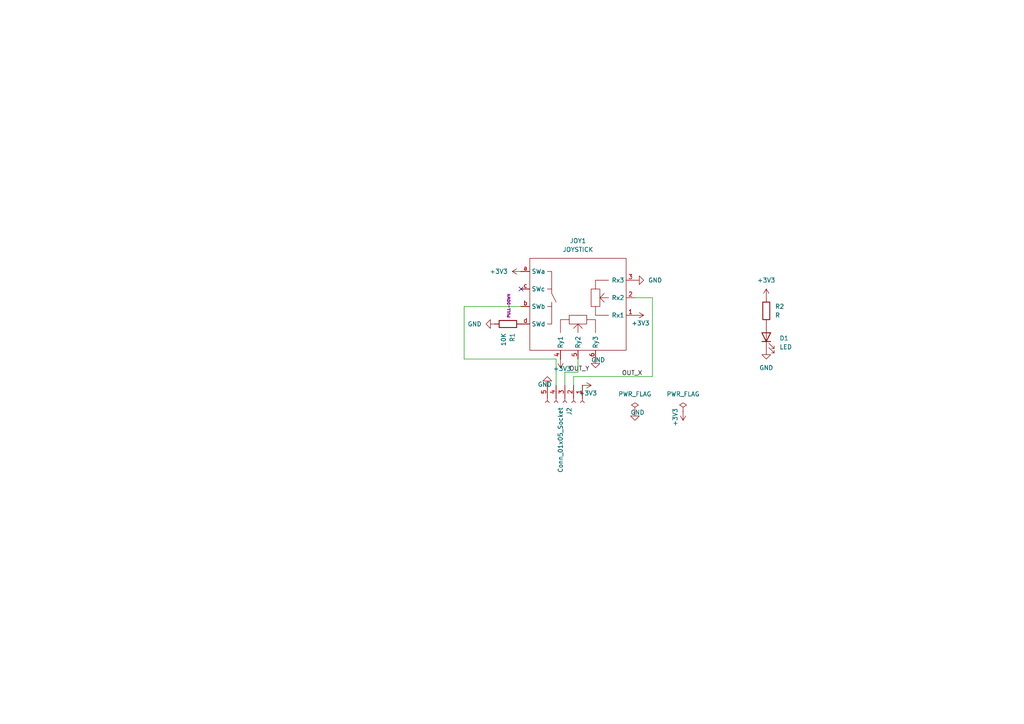
<source format=kicad_sch>
(kicad_sch
	(version 20250114)
	(generator "eeschema")
	(generator_version "9.0")
	(uuid "7a109e87-6f41-431e-98f1-79db863e39e5")
	(paper "A4")
	(title_block
		(title "joystick pcb")
		(date "2025-11-21")
		(rev "2.0")
		(comment 2 "Zane")
	)
	(lib_symbols
		(symbol "Connector:Conn_01x05_Socket"
			(pin_names
				(offset 1.016)
				(hide yes)
			)
			(exclude_from_sim no)
			(in_bom yes)
			(on_board yes)
			(property "Reference" "J"
				(at 0 7.62 0)
				(effects
					(font
						(size 1.27 1.27)
					)
				)
			)
			(property "Value" "Conn_01x05_Socket"
				(at 0 -7.62 0)
				(effects
					(font
						(size 1.27 1.27)
					)
				)
			)
			(property "Footprint" ""
				(at 0 0 0)
				(effects
					(font
						(size 1.27 1.27)
					)
					(hide yes)
				)
			)
			(property "Datasheet" "~"
				(at 0 0 0)
				(effects
					(font
						(size 1.27 1.27)
					)
					(hide yes)
				)
			)
			(property "Description" "Generic connector, single row, 01x05, script generated"
				(at 0 0 0)
				(effects
					(font
						(size 1.27 1.27)
					)
					(hide yes)
				)
			)
			(property "ki_locked" ""
				(at 0 0 0)
				(effects
					(font
						(size 1.27 1.27)
					)
				)
			)
			(property "ki_keywords" "connector"
				(at 0 0 0)
				(effects
					(font
						(size 1.27 1.27)
					)
					(hide yes)
				)
			)
			(property "ki_fp_filters" "Connector*:*_1x??_*"
				(at 0 0 0)
				(effects
					(font
						(size 1.27 1.27)
					)
					(hide yes)
				)
			)
			(symbol "Conn_01x05_Socket_1_1"
				(polyline
					(pts
						(xy -1.27 5.08) (xy -0.508 5.08)
					)
					(stroke
						(width 0.1524)
						(type default)
					)
					(fill
						(type none)
					)
				)
				(polyline
					(pts
						(xy -1.27 2.54) (xy -0.508 2.54)
					)
					(stroke
						(width 0.1524)
						(type default)
					)
					(fill
						(type none)
					)
				)
				(polyline
					(pts
						(xy -1.27 0) (xy -0.508 0)
					)
					(stroke
						(width 0.1524)
						(type default)
					)
					(fill
						(type none)
					)
				)
				(polyline
					(pts
						(xy -1.27 -2.54) (xy -0.508 -2.54)
					)
					(stroke
						(width 0.1524)
						(type default)
					)
					(fill
						(type none)
					)
				)
				(polyline
					(pts
						(xy -1.27 -5.08) (xy -0.508 -5.08)
					)
					(stroke
						(width 0.1524)
						(type default)
					)
					(fill
						(type none)
					)
				)
				(arc
					(start 0 4.572)
					(mid -0.5058 5.08)
					(end 0 5.588)
					(stroke
						(width 0.1524)
						(type default)
					)
					(fill
						(type none)
					)
				)
				(arc
					(start 0 2.032)
					(mid -0.5058 2.54)
					(end 0 3.048)
					(stroke
						(width 0.1524)
						(type default)
					)
					(fill
						(type none)
					)
				)
				(arc
					(start 0 -0.508)
					(mid -0.5058 0)
					(end 0 0.508)
					(stroke
						(width 0.1524)
						(type default)
					)
					(fill
						(type none)
					)
				)
				(arc
					(start 0 -3.048)
					(mid -0.5058 -2.54)
					(end 0 -2.032)
					(stroke
						(width 0.1524)
						(type default)
					)
					(fill
						(type none)
					)
				)
				(arc
					(start 0 -5.588)
					(mid -0.5058 -5.08)
					(end 0 -4.572)
					(stroke
						(width 0.1524)
						(type default)
					)
					(fill
						(type none)
					)
				)
				(pin passive line
					(at -5.08 5.08 0)
					(length 3.81)
					(name "Pin_1"
						(effects
							(font
								(size 1.27 1.27)
							)
						)
					)
					(number "1"
						(effects
							(font
								(size 1.27 1.27)
							)
						)
					)
				)
				(pin passive line
					(at -5.08 2.54 0)
					(length 3.81)
					(name "Pin_2"
						(effects
							(font
								(size 1.27 1.27)
							)
						)
					)
					(number "2"
						(effects
							(font
								(size 1.27 1.27)
							)
						)
					)
				)
				(pin passive line
					(at -5.08 0 0)
					(length 3.81)
					(name "Pin_3"
						(effects
							(font
								(size 1.27 1.27)
							)
						)
					)
					(number "3"
						(effects
							(font
								(size 1.27 1.27)
							)
						)
					)
				)
				(pin passive line
					(at -5.08 -2.54 0)
					(length 3.81)
					(name "Pin_4"
						(effects
							(font
								(size 1.27 1.27)
							)
						)
					)
					(number "4"
						(effects
							(font
								(size 1.27 1.27)
							)
						)
					)
				)
				(pin passive line
					(at -5.08 -5.08 0)
					(length 3.81)
					(name "Pin_5"
						(effects
							(font
								(size 1.27 1.27)
							)
						)
					)
					(number "5"
						(effects
							(font
								(size 1.27 1.27)
							)
						)
					)
				)
			)
			(embedded_fonts no)
		)
		(symbol "Custom:JOYSTICKGIT"
			(exclude_from_sim no)
			(in_bom yes)
			(on_board yes)
			(property "Reference" "U"
				(at -4.318 1.27 0)
				(effects
					(font
						(size 1.27 1.27)
					)
				)
			)
			(property "Value" "JOYSTICKGIT"
				(at -3.048 -1.778 0)
				(effects
					(font
						(size 1.27 1.27)
					)
				)
			)
			(property "Footprint" ""
				(at 0 3.81 0)
				(effects
					(font
						(size 1.27 1.27)
					)
					(hide yes)
				)
			)
			(property "Datasheet" ""
				(at 0 3.81 0)
				(effects
					(font
						(size 1.27 1.27)
					)
					(hide yes)
				)
			)
			(property "Description" ""
				(at 0 3.81 0)
				(effects
					(font
						(size 1.27 1.27)
					)
					(hide yes)
				)
			)
			(symbol "JOYSTICKGIT_1_1"
				(rectangle
					(start -11.43 13.97)
					(end 15.24 -13.97)
					(stroke
						(width 0)
						(type default)
					)
					(fill
						(type none)
					)
				)
				(rectangle
					(start -5.08 5.08)
					(end -5.08 8.89)
					(stroke
						(width 0)
						(type default)
					)
					(fill
						(type none)
					)
				)
				(rectangle
					(start -2.54 6.35)
					(end 2.54 3.81)
					(stroke
						(width 0)
						(type default)
					)
					(fill
						(type none)
					)
				)
				(rectangle
					(start -2.54 5.08)
					(end -5.08 5.08)
					(stroke
						(width 0)
						(type default)
					)
					(fill
						(type none)
					)
				)
				(polyline
					(pts
						(xy -2.54 -7.62) (xy -1.27 -7.62)
					)
					(stroke
						(width 0)
						(type default)
					)
					(fill
						(type none)
					)
				)
				(polyline
					(pts
						(xy -2.54 -8.89) (xy -2.54 -7.62) (xy -7.62 -7.62) (xy -7.62 -8.89)
					)
					(stroke
						(width 0)
						(type default)
					)
					(fill
						(type none)
					)
				)
				(polyline
					(pts
						(xy -1.27 -7.62) (xy 1.27 -6.35)
					)
					(stroke
						(width 0)
						(type default)
					)
					(fill
						(type none)
					)
				)
				(rectangle
					(start 0 8.89)
					(end 0 6.35)
					(stroke
						(width 0)
						(type default)
					)
					(fill
						(type none)
					)
				)
				(polyline
					(pts
						(xy 0 6.35) (xy -1.27 7.62) (xy 0 6.35) (xy 1.27 7.62)
					)
					(stroke
						(width 0)
						(type default)
					)
					(fill
						(type none)
					)
				)
				(rectangle
					(start 2.54 5.08)
					(end 5.08 5.08)
					(stroke
						(width 0)
						(type default)
					)
					(fill
						(type none)
					)
				)
				(polyline
					(pts
						(xy 2.54 -7.62) (xy 1.27 -7.62)
					)
					(stroke
						(width 0)
						(type default)
					)
					(fill
						(type none)
					)
				)
				(polyline
					(pts
						(xy 2.54 -8.89) (xy 2.54 -7.62) (xy 7.62 -7.62) (xy 7.62 -8.89)
					)
					(stroke
						(width 0)
						(type default)
					)
					(fill
						(type none)
					)
				)
				(rectangle
					(start 5.08 5.08)
					(end 5.08 8.89)
					(stroke
						(width 0)
						(type default)
					)
					(fill
						(type none)
					)
				)
				(polyline
					(pts
						(xy 6.35 -2.54) (xy 6.35 -5.08) (xy 10.16 -5.08)
					)
					(stroke
						(width 0)
						(type default)
					)
					(fill
						(type none)
					)
				)
				(polyline
					(pts
						(xy 7.62 0) (xy 8.89 1.27)
					)
					(stroke
						(width 0)
						(type default)
					)
					(fill
						(type none)
					)
				)
				(polyline
					(pts
						(xy 7.62 0) (xy 8.89 -1.27)
					)
					(stroke
						(width 0)
						(type default)
					)
					(fill
						(type none)
					)
				)
				(polyline
					(pts
						(xy 7.62 0) (xy 10.16 0)
					)
					(stroke
						(width 0)
						(type default)
					)
					(fill
						(type none)
					)
				)
				(polyline
					(pts
						(xy 10.16 5.08) (xy 6.35 5.08) (xy 6.35 2.54) (xy 5.08 2.54) (xy 5.08 -2.54) (xy 7.62 -2.54) (xy 7.62 2.54)
						(xy 6.35 2.54)
					)
					(stroke
						(width 0)
						(type default)
					)
					(fill
						(type none)
					)
				)
				(pin passive line
					(at -7.62 -16.51 90)
					(length 2.54)
					(name "SWa"
						(effects
							(font
								(size 1.27 1.27)
							)
						)
					)
					(number "a"
						(effects
							(font
								(size 1.27 1.27)
							)
						)
					)
				)
				(pin passive line
					(at -5.08 16.51 270)
					(length 2.54)
					(name "Rx3"
						(effects
							(font
								(size 1.27 1.27)
							)
						)
					)
					(number "3"
						(effects
							(font
								(size 1.27 1.27)
							)
						)
					)
				)
				(pin passive line
					(at -2.54 -16.51 90)
					(length 2.54)
					(name "SWc"
						(effects
							(font
								(size 1.27 1.27)
							)
						)
					)
					(number "c"
						(effects
							(font
								(size 1.27 1.27)
							)
						)
					)
				)
				(pin passive line
					(at 0 16.51 270)
					(length 2.54)
					(name "Rx2"
						(effects
							(font
								(size 1.27 1.27)
							)
						)
					)
					(number "2"
						(effects
							(font
								(size 1.27 1.27)
							)
						)
					)
				)
				(pin passive line
					(at 2.54 -16.51 90)
					(length 2.54)
					(name "SWb"
						(effects
							(font
								(size 1.27 1.27)
							)
						)
					)
					(number "b"
						(effects
							(font
								(size 1.27 1.27)
							)
						)
					)
				)
				(pin passive line
					(at 5.08 16.51 270)
					(length 2.54)
					(name "Rx1"
						(effects
							(font
								(size 1.27 1.27)
							)
						)
					)
					(number "1"
						(effects
							(font
								(size 1.27 1.27)
							)
						)
					)
				)
				(pin passive line
					(at 7.62 -16.51 90)
					(length 2.54)
					(name "SWd"
						(effects
							(font
								(size 1.27 1.27)
							)
						)
					)
					(number "d"
						(effects
							(font
								(size 1.27 1.27)
							)
						)
					)
				)
				(pin passive line
					(at 17.78 5.08 180)
					(length 2.54)
					(name "Ry3"
						(effects
							(font
								(size 1.27 1.27)
							)
						)
					)
					(number "6"
						(effects
							(font
								(size 1.27 1.27)
							)
						)
					)
				)
				(pin passive line
					(at 17.78 0 180)
					(length 2.54)
					(name "Ry2"
						(effects
							(font
								(size 1.27 1.27)
							)
						)
					)
					(number "5"
						(effects
							(font
								(size 1.27 1.27)
							)
						)
					)
				)
				(pin passive line
					(at 17.78 -5.08 180)
					(length 2.54)
					(name "Ry1"
						(effects
							(font
								(size 1.27 1.27)
							)
						)
					)
					(number "4"
						(effects
							(font
								(size 1.27 1.27)
							)
						)
					)
				)
			)
			(embedded_fonts no)
		)
		(symbol "Device:LED"
			(pin_numbers
				(hide yes)
			)
			(pin_names
				(offset 1.016)
				(hide yes)
			)
			(exclude_from_sim no)
			(in_bom yes)
			(on_board yes)
			(property "Reference" "D"
				(at 0 2.54 0)
				(effects
					(font
						(size 1.27 1.27)
					)
				)
			)
			(property "Value" "LED"
				(at 0 -2.54 0)
				(effects
					(font
						(size 1.27 1.27)
					)
				)
			)
			(property "Footprint" ""
				(at 0 0 0)
				(effects
					(font
						(size 1.27 1.27)
					)
					(hide yes)
				)
			)
			(property "Datasheet" "~"
				(at 0 0 0)
				(effects
					(font
						(size 1.27 1.27)
					)
					(hide yes)
				)
			)
			(property "Description" "Light emitting diode"
				(at 0 0 0)
				(effects
					(font
						(size 1.27 1.27)
					)
					(hide yes)
				)
			)
			(property "Sim.Pins" "1=K 2=A"
				(at 0 0 0)
				(effects
					(font
						(size 1.27 1.27)
					)
					(hide yes)
				)
			)
			(property "ki_keywords" "LED diode"
				(at 0 0 0)
				(effects
					(font
						(size 1.27 1.27)
					)
					(hide yes)
				)
			)
			(property "ki_fp_filters" "LED* LED_SMD:* LED_THT:*"
				(at 0 0 0)
				(effects
					(font
						(size 1.27 1.27)
					)
					(hide yes)
				)
			)
			(symbol "LED_0_1"
				(polyline
					(pts
						(xy -3.048 -0.762) (xy -4.572 -2.286) (xy -3.81 -2.286) (xy -4.572 -2.286) (xy -4.572 -1.524)
					)
					(stroke
						(width 0)
						(type default)
					)
					(fill
						(type none)
					)
				)
				(polyline
					(pts
						(xy -1.778 -0.762) (xy -3.302 -2.286) (xy -2.54 -2.286) (xy -3.302 -2.286) (xy -3.302 -1.524)
					)
					(stroke
						(width 0)
						(type default)
					)
					(fill
						(type none)
					)
				)
				(polyline
					(pts
						(xy -1.27 0) (xy 1.27 0)
					)
					(stroke
						(width 0)
						(type default)
					)
					(fill
						(type none)
					)
				)
				(polyline
					(pts
						(xy -1.27 -1.27) (xy -1.27 1.27)
					)
					(stroke
						(width 0.254)
						(type default)
					)
					(fill
						(type none)
					)
				)
				(polyline
					(pts
						(xy 1.27 -1.27) (xy 1.27 1.27) (xy -1.27 0) (xy 1.27 -1.27)
					)
					(stroke
						(width 0.254)
						(type default)
					)
					(fill
						(type none)
					)
				)
			)
			(symbol "LED_1_1"
				(pin passive line
					(at -3.81 0 0)
					(length 2.54)
					(name "K"
						(effects
							(font
								(size 1.27 1.27)
							)
						)
					)
					(number "1"
						(effects
							(font
								(size 1.27 1.27)
							)
						)
					)
				)
				(pin passive line
					(at 3.81 0 180)
					(length 2.54)
					(name "A"
						(effects
							(font
								(size 1.27 1.27)
							)
						)
					)
					(number "2"
						(effects
							(font
								(size 1.27 1.27)
							)
						)
					)
				)
			)
			(embedded_fonts no)
		)
		(symbol "Device:R"
			(pin_numbers
				(hide yes)
			)
			(pin_names
				(offset 0)
			)
			(exclude_from_sim no)
			(in_bom yes)
			(on_board yes)
			(property "Reference" "R"
				(at 2.032 0 90)
				(effects
					(font
						(size 1.27 1.27)
					)
				)
			)
			(property "Value" "R"
				(at 0 0 90)
				(effects
					(font
						(size 1.27 1.27)
					)
				)
			)
			(property "Footprint" ""
				(at -1.778 0 90)
				(effects
					(font
						(size 1.27 1.27)
					)
					(hide yes)
				)
			)
			(property "Datasheet" "~"
				(at 0 0 0)
				(effects
					(font
						(size 1.27 1.27)
					)
					(hide yes)
				)
			)
			(property "Description" "Resistor"
				(at 0 0 0)
				(effects
					(font
						(size 1.27 1.27)
					)
					(hide yes)
				)
			)
			(property "ki_keywords" "R res resistor"
				(at 0 0 0)
				(effects
					(font
						(size 1.27 1.27)
					)
					(hide yes)
				)
			)
			(property "ki_fp_filters" "R_*"
				(at 0 0 0)
				(effects
					(font
						(size 1.27 1.27)
					)
					(hide yes)
				)
			)
			(symbol "R_0_1"
				(rectangle
					(start -1.016 -2.54)
					(end 1.016 2.54)
					(stroke
						(width 0.254)
						(type default)
					)
					(fill
						(type none)
					)
				)
			)
			(symbol "R_1_1"
				(pin passive line
					(at 0 3.81 270)
					(length 1.27)
					(name "~"
						(effects
							(font
								(size 1.27 1.27)
							)
						)
					)
					(number "1"
						(effects
							(font
								(size 1.27 1.27)
							)
						)
					)
				)
				(pin passive line
					(at 0 -3.81 90)
					(length 1.27)
					(name "~"
						(effects
							(font
								(size 1.27 1.27)
							)
						)
					)
					(number "2"
						(effects
							(font
								(size 1.27 1.27)
							)
						)
					)
				)
			)
			(embedded_fonts no)
		)
		(symbol "power:+3V3"
			(power)
			(pin_numbers
				(hide yes)
			)
			(pin_names
				(offset 0)
				(hide yes)
			)
			(exclude_from_sim no)
			(in_bom yes)
			(on_board yes)
			(property "Reference" "#PWR"
				(at 0 -3.81 0)
				(effects
					(font
						(size 1.27 1.27)
					)
					(hide yes)
				)
			)
			(property "Value" "+3V3"
				(at 0 3.556 0)
				(effects
					(font
						(size 1.27 1.27)
					)
				)
			)
			(property "Footprint" ""
				(at 0 0 0)
				(effects
					(font
						(size 1.27 1.27)
					)
					(hide yes)
				)
			)
			(property "Datasheet" ""
				(at 0 0 0)
				(effects
					(font
						(size 1.27 1.27)
					)
					(hide yes)
				)
			)
			(property "Description" "Power symbol creates a global label with name \"+3V3\""
				(at 0 0 0)
				(effects
					(font
						(size 1.27 1.27)
					)
					(hide yes)
				)
			)
			(property "ki_keywords" "global power"
				(at 0 0 0)
				(effects
					(font
						(size 1.27 1.27)
					)
					(hide yes)
				)
			)
			(symbol "+3V3_0_1"
				(polyline
					(pts
						(xy -0.762 1.27) (xy 0 2.54)
					)
					(stroke
						(width 0)
						(type default)
					)
					(fill
						(type none)
					)
				)
				(polyline
					(pts
						(xy 0 2.54) (xy 0.762 1.27)
					)
					(stroke
						(width 0)
						(type default)
					)
					(fill
						(type none)
					)
				)
				(polyline
					(pts
						(xy 0 0) (xy 0 2.54)
					)
					(stroke
						(width 0)
						(type default)
					)
					(fill
						(type none)
					)
				)
			)
			(symbol "+3V3_1_1"
				(pin power_in line
					(at 0 0 90)
					(length 0)
					(name "~"
						(effects
							(font
								(size 1.27 1.27)
							)
						)
					)
					(number "1"
						(effects
							(font
								(size 1.27 1.27)
							)
						)
					)
				)
			)
			(embedded_fonts no)
		)
		(symbol "power:GND"
			(power)
			(pin_numbers
				(hide yes)
			)
			(pin_names
				(offset 0)
				(hide yes)
			)
			(exclude_from_sim no)
			(in_bom yes)
			(on_board yes)
			(property "Reference" "#PWR"
				(at 0 -6.35 0)
				(effects
					(font
						(size 1.27 1.27)
					)
					(hide yes)
				)
			)
			(property "Value" "GND"
				(at 0 -3.81 0)
				(effects
					(font
						(size 1.27 1.27)
					)
				)
			)
			(property "Footprint" ""
				(at 0 0 0)
				(effects
					(font
						(size 1.27 1.27)
					)
					(hide yes)
				)
			)
			(property "Datasheet" ""
				(at 0 0 0)
				(effects
					(font
						(size 1.27 1.27)
					)
					(hide yes)
				)
			)
			(property "Description" "Power symbol creates a global label with name \"GND\" , ground"
				(at 0 0 0)
				(effects
					(font
						(size 1.27 1.27)
					)
					(hide yes)
				)
			)
			(property "ki_keywords" "global power"
				(at 0 0 0)
				(effects
					(font
						(size 1.27 1.27)
					)
					(hide yes)
				)
			)
			(symbol "GND_0_1"
				(polyline
					(pts
						(xy 0 0) (xy 0 -1.27) (xy 1.27 -1.27) (xy 0 -2.54) (xy -1.27 -1.27) (xy 0 -1.27)
					)
					(stroke
						(width 0)
						(type default)
					)
					(fill
						(type none)
					)
				)
			)
			(symbol "GND_1_1"
				(pin power_in line
					(at 0 0 270)
					(length 0)
					(name "~"
						(effects
							(font
								(size 1.27 1.27)
							)
						)
					)
					(number "1"
						(effects
							(font
								(size 1.27 1.27)
							)
						)
					)
				)
			)
			(embedded_fonts no)
		)
		(symbol "power:PWR_FLAG"
			(power)
			(pin_numbers
				(hide yes)
			)
			(pin_names
				(offset 0)
				(hide yes)
			)
			(exclude_from_sim no)
			(in_bom yes)
			(on_board yes)
			(property "Reference" "#FLG"
				(at 0 1.905 0)
				(effects
					(font
						(size 1.27 1.27)
					)
					(hide yes)
				)
			)
			(property "Value" "PWR_FLAG"
				(at 0 3.81 0)
				(effects
					(font
						(size 1.27 1.27)
					)
				)
			)
			(property "Footprint" ""
				(at 0 0 0)
				(effects
					(font
						(size 1.27 1.27)
					)
					(hide yes)
				)
			)
			(property "Datasheet" "~"
				(at 0 0 0)
				(effects
					(font
						(size 1.27 1.27)
					)
					(hide yes)
				)
			)
			(property "Description" "Special symbol for telling ERC where power comes from"
				(at 0 0 0)
				(effects
					(font
						(size 1.27 1.27)
					)
					(hide yes)
				)
			)
			(property "ki_keywords" "flag power"
				(at 0 0 0)
				(effects
					(font
						(size 1.27 1.27)
					)
					(hide yes)
				)
			)
			(symbol "PWR_FLAG_0_0"
				(pin power_out line
					(at 0 0 90)
					(length 0)
					(name "~"
						(effects
							(font
								(size 1.27 1.27)
							)
						)
					)
					(number "1"
						(effects
							(font
								(size 1.27 1.27)
							)
						)
					)
				)
			)
			(symbol "PWR_FLAG_0_1"
				(polyline
					(pts
						(xy 0 0) (xy 0 1.27) (xy -1.016 1.905) (xy 0 2.54) (xy 1.016 1.905) (xy 0 1.27)
					)
					(stroke
						(width 0)
						(type default)
					)
					(fill
						(type none)
					)
				)
			)
			(embedded_fonts no)
		)
	)
	(no_connect
		(at 151.13 83.82)
		(uuid "81c74d15-222e-486b-8657-201261c08d6c")
	)
	(wire
		(pts
			(xy 134.62 104.14) (xy 134.62 88.9)
		)
		(stroke
			(width 0)
			(type default)
		)
		(uuid "1948b5d7-d811-498d-ab5f-e6103566a099")
	)
	(wire
		(pts
			(xy 189.23 86.36) (xy 189.23 109.22)
		)
		(stroke
			(width 0)
			(type default)
		)
		(uuid "43f5ce2b-dac5-4ec6-b126-890cc3d8c715")
	)
	(wire
		(pts
			(xy 166.37 109.22) (xy 189.23 109.22)
		)
		(stroke
			(width 0)
			(type default)
		)
		(uuid "47d637f0-e757-48fd-b816-0c66b7e2e837")
	)
	(wire
		(pts
			(xy 163.83 107.95) (xy 163.83 111.76)
		)
		(stroke
			(width 0)
			(type default)
		)
		(uuid "85fcb6f7-c66b-498e-a91e-386865b81352")
	)
	(wire
		(pts
			(xy 161.29 111.76) (xy 161.29 104.14)
		)
		(stroke
			(width 0)
			(type default)
		)
		(uuid "a969ebe9-ebe2-43ac-9351-533ad3d80b95")
	)
	(wire
		(pts
			(xy 167.64 104.14) (xy 167.64 107.95)
		)
		(stroke
			(width 0)
			(type default)
		)
		(uuid "b517363b-b76d-4061-b22c-f4c5e7be2808")
	)
	(wire
		(pts
			(xy 134.62 88.9) (xy 151.13 88.9)
		)
		(stroke
			(width 0)
			(type default)
		)
		(uuid "b65447c7-79ea-44b8-9b48-49409c84a270")
	)
	(wire
		(pts
			(xy 166.37 111.76) (xy 166.37 109.22)
		)
		(stroke
			(width 0)
			(type default)
		)
		(uuid "bc1ee7ba-3787-4b65-8e90-898de4f422b6")
	)
	(wire
		(pts
			(xy 189.23 86.36) (xy 184.15 86.36)
		)
		(stroke
			(width 0)
			(type default)
		)
		(uuid "d84b62cd-a840-4697-bfca-b6a369c16dc2")
	)
	(wire
		(pts
			(xy 167.64 107.95) (xy 163.83 107.95)
		)
		(stroke
			(width 0)
			(type default)
		)
		(uuid "e55e26c4-517d-4d2d-9ca7-5ebb0288ad6d")
	)
	(wire
		(pts
			(xy 161.29 104.14) (xy 134.62 104.14)
		)
		(stroke
			(width 0)
			(type default)
		)
		(uuid "f584cd7f-91fa-4979-816e-467807486e81")
	)
	(label "OUT_X"
		(at 180.34 109.22 0)
		(effects
			(font
				(size 1.27 1.27)
			)
			(justify left bottom)
		)
		(uuid "5310bf92-f34a-4406-afef-8db6d5575601")
	)
	(label "OUT_Y"
		(at 165.1 107.95 0)
		(effects
			(font
				(size 1.27 1.27)
			)
			(justify left bottom)
		)
		(uuid "c4d37ac4-150e-42ae-b742-2e66a9d1d101")
	)
	(symbol
		(lib_id "Device:R")
		(at 222.25 90.17 0)
		(unit 1)
		(exclude_from_sim no)
		(in_bom yes)
		(on_board yes)
		(dnp no)
		(fields_autoplaced yes)
		(uuid "114ac7b8-156a-4a05-917f-611452fe21aa")
		(property "Reference" "R2"
			(at 224.79 88.8999 0)
			(effects
				(font
					(size 1.27 1.27)
				)
				(justify left)
			)
		)
		(property "Value" "R"
			(at 224.79 91.4399 0)
			(effects
				(font
					(size 1.27 1.27)
				)
				(justify left)
			)
		)
		(property "Footprint" ""
			(at 220.472 90.17 90)
			(effects
				(font
					(size 1.27 1.27)
				)
				(hide yes)
			)
		)
		(property "Datasheet" "~"
			(at 222.25 90.17 0)
			(effects
				(font
					(size 1.27 1.27)
				)
				(hide yes)
			)
		)
		(property "Description" "Resistor"
			(at 222.25 90.17 0)
			(effects
				(font
					(size 1.27 1.27)
				)
				(hide yes)
			)
		)
		(pin "2"
			(uuid "7644261a-6b4e-462b-bf05-9e50227f434d")
		)
		(pin "1"
			(uuid "ddff6aca-05e9-4c6d-a856-5957266c1ab0")
		)
		(instances
			(project ""
				(path "/7a109e87-6f41-431e-98f1-79db863e39e5"
					(reference "R2")
					(unit 1)
				)
			)
		)
	)
	(symbol
		(lib_id "power:PWR_FLAG")
		(at 198.12 119.38 0)
		(unit 1)
		(exclude_from_sim no)
		(in_bom yes)
		(on_board yes)
		(dnp no)
		(fields_autoplaced yes)
		(uuid "142e564d-6652-4463-bb84-8971badd97ca")
		(property "Reference" "#FLG02"
			(at 198.12 117.475 0)
			(effects
				(font
					(size 1.27 1.27)
				)
				(hide yes)
			)
		)
		(property "Value" "PWR_FLAG"
			(at 198.12 114.3 0)
			(effects
				(font
					(size 1.27 1.27)
				)
			)
		)
		(property "Footprint" ""
			(at 198.12 119.38 0)
			(effects
				(font
					(size 1.27 1.27)
				)
				(hide yes)
			)
		)
		(property "Datasheet" "~"
			(at 198.12 119.38 0)
			(effects
				(font
					(size 1.27 1.27)
				)
				(hide yes)
			)
		)
		(property "Description" "Special symbol for telling ERC where power comes from"
			(at 198.12 119.38 0)
			(effects
				(font
					(size 1.27 1.27)
				)
				(hide yes)
			)
		)
		(pin "1"
			(uuid "0198aeaa-2ef3-4eec-9d91-4e17516a35c5")
		)
		(instances
			(project "firstPCB"
				(path "/7a109e87-6f41-431e-98f1-79db863e39e5"
					(reference "#FLG02")
					(unit 1)
				)
			)
		)
	)
	(symbol
		(lib_id "power:GND")
		(at 158.75 111.76 180)
		(unit 1)
		(exclude_from_sim no)
		(in_bom yes)
		(on_board yes)
		(dnp no)
		(uuid "180205a3-1028-4396-81c8-a4d482e94ff3")
		(property "Reference" "#PWR08"
			(at 158.75 105.41 0)
			(effects
				(font
					(size 1.27 1.27)
				)
				(hide yes)
			)
		)
		(property "Value" "GND"
			(at 157.988 111.506 0)
			(effects
				(font
					(size 1.27 1.27)
				)
			)
		)
		(property "Footprint" ""
			(at 158.75 111.76 0)
			(effects
				(font
					(size 1.27 1.27)
				)
				(hide yes)
			)
		)
		(property "Datasheet" ""
			(at 158.75 111.76 0)
			(effects
				(font
					(size 1.27 1.27)
				)
				(hide yes)
			)
		)
		(property "Description" "Power symbol creates a global label with name \"GND\" , ground"
			(at 158.75 111.76 0)
			(effects
				(font
					(size 1.27 1.27)
				)
				(hide yes)
			)
		)
		(pin "1"
			(uuid "307d09b5-b47d-4f0e-b012-1629edcdf1d0")
		)
		(instances
			(project "firstPCB"
				(path "/7a109e87-6f41-431e-98f1-79db863e39e5"
					(reference "#PWR08")
					(unit 1)
				)
			)
		)
	)
	(symbol
		(lib_id "power:+3V3")
		(at 184.15 91.44 270)
		(unit 1)
		(exclude_from_sim no)
		(in_bom yes)
		(on_board yes)
		(dnp no)
		(uuid "371b6dfe-8ba0-483d-8ae9-64e61f42219a")
		(property "Reference" "#PWR04"
			(at 180.34 91.44 0)
			(effects
				(font
					(size 1.27 1.27)
				)
				(hide yes)
			)
		)
		(property "Value" "+3V3"
			(at 183.134 93.726 90)
			(effects
				(font
					(size 1.27 1.27)
				)
				(justify left)
			)
		)
		(property "Footprint" ""
			(at 184.15 91.44 0)
			(effects
				(font
					(size 1.27 1.27)
				)
				(hide yes)
			)
		)
		(property "Datasheet" ""
			(at 184.15 91.44 0)
			(effects
				(font
					(size 1.27 1.27)
				)
				(hide yes)
			)
		)
		(property "Description" "Power symbol creates a global label with name \"+3V3\""
			(at 184.15 91.44 0)
			(effects
				(font
					(size 1.27 1.27)
				)
				(hide yes)
			)
		)
		(pin "1"
			(uuid "6e706891-4b38-4b81-8985-1dce699320ed")
		)
		(instances
			(project ""
				(path "/7a109e87-6f41-431e-98f1-79db863e39e5"
					(reference "#PWR04")
					(unit 1)
				)
			)
		)
	)
	(symbol
		(lib_id "Connector:Conn_01x05_Socket")
		(at 163.83 116.84 270)
		(unit 1)
		(exclude_from_sim no)
		(in_bom yes)
		(on_board yes)
		(dnp no)
		(uuid "38b2e66c-5aa8-4a85-9377-e3ec0e1a6623")
		(property "Reference" "J2"
			(at 165.1001 118.11 0)
			(effects
				(font
					(size 1.27 1.27)
				)
				(justify left)
			)
		)
		(property "Value" "Conn_01x05_Socket"
			(at 162.5601 118.11 0)
			(effects
				(font
					(size 1.27 1.27)
				)
				(justify left)
			)
		)
		(property "Footprint" "Connector_PinSocket_2.00mm:PinSocket_1x05_P2.00mm_Vertical"
			(at 163.83 116.84 0)
			(effects
				(font
					(size 1.27 1.27)
				)
				(hide yes)
			)
		)
		(property "Datasheet" "~"
			(at 163.83 116.84 0)
			(effects
				(font
					(size 1.27 1.27)
				)
				(hide yes)
			)
		)
		(property "Description" "Generic connector, single row, 01x05, script generated"
			(at 163.83 116.84 0)
			(effects
				(font
					(size 1.27 1.27)
				)
				(hide yes)
			)
		)
		(pin "2"
			(uuid "5b326d25-68a7-4079-90d2-257f1a58f911")
		)
		(pin "4"
			(uuid "4d4998e0-d568-4b28-8a8e-80b1b4e386b7")
		)
		(pin "3"
			(uuid "103b254d-e2f5-415b-b68c-2f77165c8d24")
		)
		(pin "1"
			(uuid "4005f646-6baf-4bbb-b147-d5d3cb84ff9c")
		)
		(pin "5"
			(uuid "f9e68a6c-c3a8-4266-b595-05821769176d")
		)
		(instances
			(project ""
				(path "/7a109e87-6f41-431e-98f1-79db863e39e5"
					(reference "J2")
					(unit 1)
				)
			)
		)
	)
	(symbol
		(lib_id "power:GND")
		(at 184.15 119.38 0)
		(unit 1)
		(exclude_from_sim no)
		(in_bom yes)
		(on_board yes)
		(dnp no)
		(uuid "3a316822-68c0-4202-97a2-0132b8e6b3b3")
		(property "Reference" "#PWR07"
			(at 184.15 125.73 0)
			(effects
				(font
					(size 1.27 1.27)
				)
				(hide yes)
			)
		)
		(property "Value" "GND"
			(at 184.912 119.634 0)
			(effects
				(font
					(size 1.27 1.27)
				)
			)
		)
		(property "Footprint" ""
			(at 184.15 119.38 0)
			(effects
				(font
					(size 1.27 1.27)
				)
				(hide yes)
			)
		)
		(property "Datasheet" ""
			(at 184.15 119.38 0)
			(effects
				(font
					(size 1.27 1.27)
				)
				(hide yes)
			)
		)
		(property "Description" "Power symbol creates a global label with name \"GND\" , ground"
			(at 184.15 119.38 0)
			(effects
				(font
					(size 1.27 1.27)
				)
				(hide yes)
			)
		)
		(pin "1"
			(uuid "4bc52af7-837c-4661-a016-d00d87f47d71")
		)
		(instances
			(project "firstPCB"
				(path "/7a109e87-6f41-431e-98f1-79db863e39e5"
					(reference "#PWR07")
					(unit 1)
				)
			)
		)
	)
	(symbol
		(lib_id "power:+3V3")
		(at 151.13 78.74 90)
		(unit 1)
		(exclude_from_sim no)
		(in_bom yes)
		(on_board yes)
		(dnp no)
		(fields_autoplaced yes)
		(uuid "6f925d8e-8e61-4531-bd28-eb15a1c8efbc")
		(property "Reference" "#PWR06"
			(at 154.94 78.74 0)
			(effects
				(font
					(size 1.27 1.27)
				)
				(hide yes)
			)
		)
		(property "Value" "+3V3"
			(at 147.32 78.7399 90)
			(effects
				(font
					(size 1.27 1.27)
				)
				(justify left)
			)
		)
		(property "Footprint" ""
			(at 151.13 78.74 0)
			(effects
				(font
					(size 1.27 1.27)
				)
				(hide yes)
			)
		)
		(property "Datasheet" ""
			(at 151.13 78.74 0)
			(effects
				(font
					(size 1.27 1.27)
				)
				(hide yes)
			)
		)
		(property "Description" "Power symbol creates a global label with name \"+3V3\""
			(at 151.13 78.74 0)
			(effects
				(font
					(size 1.27 1.27)
				)
				(hide yes)
			)
		)
		(pin "1"
			(uuid "9ba87564-e2f7-4abd-bc4e-3478fa092e0c")
		)
		(instances
			(project "firstPCB"
				(path "/7a109e87-6f41-431e-98f1-79db863e39e5"
					(reference "#PWR06")
					(unit 1)
				)
			)
		)
	)
	(symbol
		(lib_id "power:PWR_FLAG")
		(at 184.15 119.38 0)
		(unit 1)
		(exclude_from_sim no)
		(in_bom yes)
		(on_board yes)
		(dnp no)
		(fields_autoplaced yes)
		(uuid "85796114-7511-4b2d-861c-aeaef83c0396")
		(property "Reference" "#FLG01"
			(at 184.15 117.475 0)
			(effects
				(font
					(size 1.27 1.27)
				)
				(hide yes)
			)
		)
		(property "Value" "PWR_FLAG"
			(at 184.15 114.3 0)
			(effects
				(font
					(size 1.27 1.27)
				)
			)
		)
		(property "Footprint" ""
			(at 184.15 119.38 0)
			(effects
				(font
					(size 1.27 1.27)
				)
				(hide yes)
			)
		)
		(property "Datasheet" "~"
			(at 184.15 119.38 0)
			(effects
				(font
					(size 1.27 1.27)
				)
				(hide yes)
			)
		)
		(property "Description" "Special symbol for telling ERC where power comes from"
			(at 184.15 119.38 0)
			(effects
				(font
					(size 1.27 1.27)
				)
				(hide yes)
			)
		)
		(pin "1"
			(uuid "8821c8de-0c0f-4100-adab-cc45ec62a5f0")
		)
		(instances
			(project ""
				(path "/7a109e87-6f41-431e-98f1-79db863e39e5"
					(reference "#FLG01")
					(unit 1)
				)
			)
		)
	)
	(symbol
		(lib_id "power:GND")
		(at 222.25 101.6 0)
		(unit 1)
		(exclude_from_sim no)
		(in_bom yes)
		(on_board yes)
		(dnp no)
		(fields_autoplaced yes)
		(uuid "87aed8b2-e210-47e5-8a29-db13ee0c7c86")
		(property "Reference" "#PWR012"
			(at 222.25 107.95 0)
			(effects
				(font
					(size 1.27 1.27)
				)
				(hide yes)
			)
		)
		(property "Value" "GND"
			(at 222.25 106.68 0)
			(effects
				(font
					(size 1.27 1.27)
				)
			)
		)
		(property "Footprint" ""
			(at 222.25 101.6 0)
			(effects
				(font
					(size 1.27 1.27)
				)
				(hide yes)
			)
		)
		(property "Datasheet" ""
			(at 222.25 101.6 0)
			(effects
				(font
					(size 1.27 1.27)
				)
				(hide yes)
			)
		)
		(property "Description" "Power symbol creates a global label with name \"GND\" , ground"
			(at 222.25 101.6 0)
			(effects
				(font
					(size 1.27 1.27)
				)
				(hide yes)
			)
		)
		(pin "1"
			(uuid "24b0d4b0-be26-4ee0-ad46-d106c983e5d3")
		)
		(instances
			(project ""
				(path "/7a109e87-6f41-431e-98f1-79db863e39e5"
					(reference "#PWR012")
					(unit 1)
				)
			)
		)
	)
	(symbol
		(lib_id "power:+3V3")
		(at 168.91 111.76 270)
		(unit 1)
		(exclude_from_sim no)
		(in_bom yes)
		(on_board yes)
		(dnp no)
		(uuid "90286c38-ff8f-4a69-a812-9b7584ac0c29")
		(property "Reference" "#PWR010"
			(at 165.1 111.76 0)
			(effects
				(font
					(size 1.27 1.27)
				)
				(hide yes)
			)
		)
		(property "Value" "+3V3"
			(at 167.894 114.046 90)
			(effects
				(font
					(size 1.27 1.27)
				)
				(justify left)
			)
		)
		(property "Footprint" ""
			(at 168.91 111.76 0)
			(effects
				(font
					(size 1.27 1.27)
				)
				(hide yes)
			)
		)
		(property "Datasheet" ""
			(at 168.91 111.76 0)
			(effects
				(font
					(size 1.27 1.27)
				)
				(hide yes)
			)
		)
		(property "Description" "Power symbol creates a global label with name \"+3V3\""
			(at 168.91 111.76 0)
			(effects
				(font
					(size 1.27 1.27)
				)
				(hide yes)
			)
		)
		(pin "1"
			(uuid "7f2af96f-47af-4019-a03b-1b2abf2b99cb")
		)
		(instances
			(project "firstPCB"
				(path "/7a109e87-6f41-431e-98f1-79db863e39e5"
					(reference "#PWR010")
					(unit 1)
				)
			)
		)
	)
	(symbol
		(lib_id "power:GND")
		(at 172.72 104.14 0)
		(unit 1)
		(exclude_from_sim no)
		(in_bom yes)
		(on_board yes)
		(dnp no)
		(uuid "950ce150-64d6-49b4-aeec-fabb2ef53c6d")
		(property "Reference" "#PWR02"
			(at 172.72 110.49 0)
			(effects
				(font
					(size 1.27 1.27)
				)
				(hide yes)
			)
		)
		(property "Value" "GND"
			(at 173.482 104.394 0)
			(effects
				(font
					(size 1.27 1.27)
				)
			)
		)
		(property "Footprint" ""
			(at 172.72 104.14 0)
			(effects
				(font
					(size 1.27 1.27)
				)
				(hide yes)
			)
		)
		(property "Datasheet" ""
			(at 172.72 104.14 0)
			(effects
				(font
					(size 1.27 1.27)
				)
				(hide yes)
			)
		)
		(property "Description" "Power symbol creates a global label with name \"GND\" , ground"
			(at 172.72 104.14 0)
			(effects
				(font
					(size 1.27 1.27)
				)
				(hide yes)
			)
		)
		(pin "1"
			(uuid "56eb3dab-cffb-46c4-b201-971b7ccd0726")
		)
		(instances
			(project "firstPCB"
				(path "/7a109e87-6f41-431e-98f1-79db863e39e5"
					(reference "#PWR02")
					(unit 1)
				)
			)
		)
	)
	(symbol
		(lib_id "power:+3V3")
		(at 162.56 104.14 180)
		(unit 1)
		(exclude_from_sim no)
		(in_bom yes)
		(on_board yes)
		(dnp no)
		(uuid "9f44531e-2cd2-43af-8dc1-88bf73940f5b")
		(property "Reference" "#PWR05"
			(at 162.56 100.33 0)
			(effects
				(font
					(size 1.27 1.27)
				)
				(hide yes)
			)
		)
		(property "Value" "+3V3"
			(at 163.068 106.934 0)
			(effects
				(font
					(size 1.27 1.27)
				)
			)
		)
		(property "Footprint" ""
			(at 162.56 104.14 0)
			(effects
				(font
					(size 1.27 1.27)
				)
				(hide yes)
			)
		)
		(property "Datasheet" ""
			(at 162.56 104.14 0)
			(effects
				(font
					(size 1.27 1.27)
				)
				(hide yes)
			)
		)
		(property "Description" "Power symbol creates a global label with name \"+3V3\""
			(at 162.56 104.14 0)
			(effects
				(font
					(size 1.27 1.27)
				)
				(hide yes)
			)
		)
		(pin "1"
			(uuid "00762651-05f2-4a1e-859a-04682ce729d7")
		)
		(instances
			(project "firstPCB"
				(path "/7a109e87-6f41-431e-98f1-79db863e39e5"
					(reference "#PWR05")
					(unit 1)
				)
			)
		)
	)
	(symbol
		(lib_id "power:GND")
		(at 184.15 81.28 90)
		(unit 1)
		(exclude_from_sim no)
		(in_bom yes)
		(on_board yes)
		(dnp no)
		(fields_autoplaced yes)
		(uuid "aac6722b-5d2e-489d-ac3f-b53aca7af284")
		(property "Reference" "#PWR01"
			(at 190.5 81.28 0)
			(effects
				(font
					(size 1.27 1.27)
				)
				(hide yes)
			)
		)
		(property "Value" "GND"
			(at 187.96 81.2799 90)
			(effects
				(font
					(size 1.27 1.27)
				)
				(justify right)
			)
		)
		(property "Footprint" ""
			(at 184.15 81.28 0)
			(effects
				(font
					(size 1.27 1.27)
				)
				(hide yes)
			)
		)
		(property "Datasheet" ""
			(at 184.15 81.28 0)
			(effects
				(font
					(size 1.27 1.27)
				)
				(hide yes)
			)
		)
		(property "Description" "Power symbol creates a global label with name \"GND\" , ground"
			(at 184.15 81.28 0)
			(effects
				(font
					(size 1.27 1.27)
				)
				(hide yes)
			)
		)
		(pin "1"
			(uuid "54a0249c-05ef-40bf-8aca-7ed728f3fcbb")
		)
		(instances
			(project ""
				(path "/7a109e87-6f41-431e-98f1-79db863e39e5"
					(reference "#PWR01")
					(unit 1)
				)
			)
		)
	)
	(symbol
		(lib_id "power:GND")
		(at 143.51 93.98 270)
		(unit 1)
		(exclude_from_sim no)
		(in_bom yes)
		(on_board yes)
		(dnp no)
		(fields_autoplaced yes)
		(uuid "bc006356-a978-405b-bf35-df05fb68b642")
		(property "Reference" "#PWR03"
			(at 137.16 93.98 0)
			(effects
				(font
					(size 1.27 1.27)
				)
				(hide yes)
			)
		)
		(property "Value" "GND"
			(at 139.7 93.9799 90)
			(effects
				(font
					(size 1.27 1.27)
				)
				(justify right)
			)
		)
		(property "Footprint" ""
			(at 143.51 93.98 0)
			(effects
				(font
					(size 1.27 1.27)
				)
				(hide yes)
			)
		)
		(property "Datasheet" ""
			(at 143.51 93.98 0)
			(effects
				(font
					(size 1.27 1.27)
				)
				(hide yes)
			)
		)
		(property "Description" "Power symbol creates a global label with name \"GND\" , ground"
			(at 143.51 93.98 0)
			(effects
				(font
					(size 1.27 1.27)
				)
				(hide yes)
			)
		)
		(pin "1"
			(uuid "0d5a8711-7fae-4202-8410-25b10f462a69")
		)
		(instances
			(project "firstPCB"
				(path "/7a109e87-6f41-431e-98f1-79db863e39e5"
					(reference "#PWR03")
					(unit 1)
				)
			)
		)
	)
	(symbol
		(lib_id "Custom:JOYSTICKGIT")
		(at 167.64 86.36 270)
		(unit 1)
		(exclude_from_sim no)
		(in_bom yes)
		(on_board yes)
		(dnp no)
		(fields_autoplaced yes)
		(uuid "cf7a3db7-d5d0-4daf-8e93-4c8d5c81a97c")
		(property "Reference" "JOY1"
			(at 167.64 69.85 90)
			(effects
				(font
					(size 1.27 1.27)
				)
			)
		)
		(property "Value" "JOYSTICK"
			(at 167.64 72.39 90)
			(effects
				(font
					(size 1.27 1.27)
				)
			)
		)
		(property "Footprint" "FOOTPRINTS:Joystick"
			(at 171.45 86.36 0)
			(effects
				(font
					(size 1.27 1.27)
				)
				(hide yes)
			)
		)
		(property "Datasheet" ""
			(at 171.45 86.36 0)
			(effects
				(font
					(size 1.27 1.27)
				)
				(hide yes)
			)
		)
		(property "Description" ""
			(at 171.45 86.36 0)
			(effects
				(font
					(size 1.27 1.27)
				)
				(hide yes)
			)
		)
		(pin "d"
			(uuid "e9e928e8-9c3c-4a52-a98a-e125a5a05734")
		)
		(pin "a"
			(uuid "7d347574-fab0-4697-b2fc-65e8edae5748")
		)
		(pin "3"
			(uuid "a12aa00d-726f-4d71-8cff-2eeecc91494a")
		)
		(pin "b"
			(uuid "dfe7a0ef-fe26-4d1a-bca6-3b43a35120f9")
		)
		(pin "6"
			(uuid "f65b6f17-d620-4392-b5ff-7578d47d0315")
		)
		(pin "5"
			(uuid "cbc22cfd-58bf-4142-bbcd-5b5016b2fdac")
		)
		(pin "1"
			(uuid "39077084-1a13-4b52-9c83-8242d6cf8916")
		)
		(pin "4"
			(uuid "463a48b9-315b-4fa9-8e20-fa72b37d306e")
		)
		(pin "c"
			(uuid "27adc8c3-ee49-443e-8e73-696fcb82d191")
		)
		(pin "2"
			(uuid "fc186148-c073-4552-9c69-19e50aeb8374")
		)
		(instances
			(project ""
				(path "/7a109e87-6f41-431e-98f1-79db863e39e5"
					(reference "JOY1")
					(unit 1)
				)
			)
		)
	)
	(symbol
		(lib_id "power:+3V3")
		(at 222.25 86.36 0)
		(unit 1)
		(exclude_from_sim no)
		(in_bom yes)
		(on_board yes)
		(dnp no)
		(fields_autoplaced yes)
		(uuid "e220c00b-945a-4eab-bb22-dd0b6444e6ff")
		(property "Reference" "#PWR011"
			(at 222.25 90.17 0)
			(effects
				(font
					(size 1.27 1.27)
				)
				(hide yes)
			)
		)
		(property "Value" "+3V3"
			(at 222.25 81.28 0)
			(effects
				(font
					(size 1.27 1.27)
				)
			)
		)
		(property "Footprint" ""
			(at 222.25 86.36 0)
			(effects
				(font
					(size 1.27 1.27)
				)
				(hide yes)
			)
		)
		(property "Datasheet" ""
			(at 222.25 86.36 0)
			(effects
				(font
					(size 1.27 1.27)
				)
				(hide yes)
			)
		)
		(property "Description" "Power symbol creates a global label with name \"+3V3\""
			(at 222.25 86.36 0)
			(effects
				(font
					(size 1.27 1.27)
				)
				(hide yes)
			)
		)
		(pin "1"
			(uuid "07b48ce4-bbb8-478e-b287-650737b4fde9")
		)
		(instances
			(project ""
				(path "/7a109e87-6f41-431e-98f1-79db863e39e5"
					(reference "#PWR011")
					(unit 1)
				)
			)
		)
	)
	(symbol
		(lib_id "Device:R")
		(at 147.32 93.98 270)
		(unit 1)
		(exclude_from_sim no)
		(in_bom yes)
		(on_board yes)
		(dnp no)
		(uuid "e29103b4-0750-49a6-8549-d665b9705f32")
		(property "Reference" "R1"
			(at 148.5901 96.52 0)
			(effects
				(font
					(size 1.27 1.27)
				)
				(justify left)
			)
		)
		(property "Value" "10K"
			(at 146.0501 96.52 0)
			(effects
				(font
					(size 1.27 1.27)
				)
				(justify left)
			)
		)
		(property "Footprint" "Resistor_SMD:R_0805_2012Metric_Pad1.20x1.40mm_HandSolder"
			(at 147.32 92.202 90)
			(effects
				(font
					(size 1.27 1.27)
				)
				(hide yes)
			)
		)
		(property "Datasheet" "~"
			(at 147.32 93.98 0)
			(effects
				(font
					(size 1.27 1.27)
				)
				(hide yes)
			)
		)
		(property "Description" "Resistor"
			(at 147.32 93.98 0)
			(effects
				(font
					(size 1.27 1.27)
				)
				(hide yes)
			)
		)
		(property "Function" "PULL-DOWN"
			(at 147.574 88.646 0)
			(effects
				(font
					(size 0.762 0.762)
				)
			)
		)
		(pin "2"
			(uuid "800f141e-1977-487a-9c5a-270f4f253944")
		)
		(pin "1"
			(uuid "7dd6ce1b-09bb-4dc1-8108-2072682c3d9f")
		)
		(instances
			(project ""
				(path "/7a109e87-6f41-431e-98f1-79db863e39e5"
					(reference "R1")
					(unit 1)
				)
			)
		)
	)
	(symbol
		(lib_id "Device:LED")
		(at 222.25 97.79 90)
		(unit 1)
		(exclude_from_sim no)
		(in_bom yes)
		(on_board yes)
		(dnp no)
		(fields_autoplaced yes)
		(uuid "eff332e3-d0fb-4a08-99e2-1b43a7eaa694")
		(property "Reference" "D1"
			(at 226.06 98.1074 90)
			(effects
				(font
					(size 1.27 1.27)
				)
				(justify right)
			)
		)
		(property "Value" "LED"
			(at 226.06 100.6474 90)
			(effects
				(font
					(size 1.27 1.27)
				)
				(justify right)
			)
		)
		(property "Footprint" "LED_SMD:LED_0805_2012Metric"
			(at 222.25 97.79 0)
			(effects
				(font
					(size 1.27 1.27)
				)
				(hide yes)
			)
		)
		(property "Datasheet" "https://www.lcsc.com/datasheet/C19273154.pdf"
			(at 222.25 97.79 0)
			(effects
				(font
					(size 1.27 1.27)
				)
				(hide yes)
			)
		)
		(property "Description" "Light emitting diode"
			(at 222.25 97.79 0)
			(effects
				(font
					(size 1.27 1.27)
				)
				(hide yes)
			)
		)
		(property "Sim.Pins" "1=K 2=A"
			(at 222.25 97.79 0)
			(effects
				(font
					(size 1.27 1.27)
				)
				(hide yes)
			)
		)
		(pin "2"
			(uuid "4ab86c2b-ab18-442d-b923-224c88e615dc")
		)
		(pin "1"
			(uuid "498d4b53-c03b-4f9f-9e4f-ad2b1f5c9b48")
		)
		(instances
			(project ""
				(path "/7a109e87-6f41-431e-98f1-79db863e39e5"
					(reference "D1")
					(unit 1)
				)
			)
		)
	)
	(symbol
		(lib_id "power:+3V3")
		(at 198.12 119.38 180)
		(unit 1)
		(exclude_from_sim no)
		(in_bom yes)
		(on_board yes)
		(dnp no)
		(uuid "f71d5120-4551-4d63-88ea-930d5642383c")
		(property "Reference" "#PWR09"
			(at 198.12 115.57 0)
			(effects
				(font
					(size 1.27 1.27)
				)
				(hide yes)
			)
		)
		(property "Value" "+3V3"
			(at 195.834 118.364 90)
			(effects
				(font
					(size 1.27 1.27)
				)
				(justify left)
			)
		)
		(property "Footprint" ""
			(at 198.12 119.38 0)
			(effects
				(font
					(size 1.27 1.27)
				)
				(hide yes)
			)
		)
		(property "Datasheet" ""
			(at 198.12 119.38 0)
			(effects
				(font
					(size 1.27 1.27)
				)
				(hide yes)
			)
		)
		(property "Description" "Power symbol creates a global label with name \"+3V3\""
			(at 198.12 119.38 0)
			(effects
				(font
					(size 1.27 1.27)
				)
				(hide yes)
			)
		)
		(pin "1"
			(uuid "2256309d-cf2f-4438-a823-938f6882179a")
		)
		(instances
			(project "firstPCB"
				(path "/7a109e87-6f41-431e-98f1-79db863e39e5"
					(reference "#PWR09")
					(unit 1)
				)
			)
		)
	)
	(sheet_instances
		(path "/"
			(page "1")
		)
	)
	(embedded_fonts no)
)

</source>
